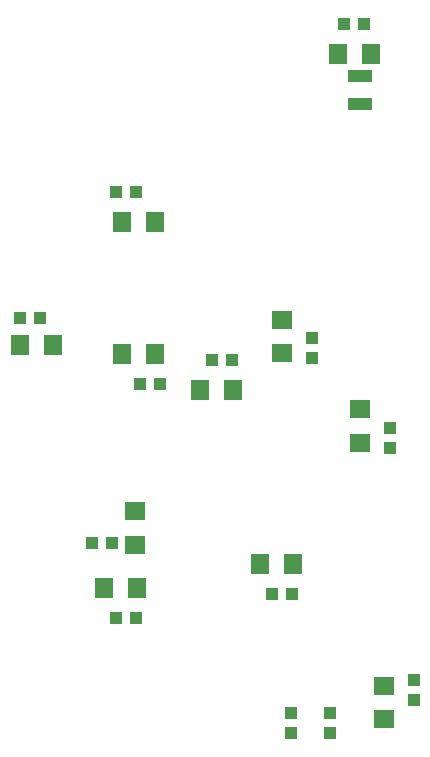
<source format=gbp>
G04 EAGLE Gerber RS-274X export*
G75*
%MOMM*%
%FSLAX34Y34*%
%LPD*%
%INSolderpaste Bottom*%
%IPPOS*%
%AMOC8*
5,1,8,0,0,1.08239X$1,22.5*%
G01*
%ADD10R,1.100000X1.000000*%
%ADD11R,1.000000X1.100000*%
%ADD12R,1.800000X1.600000*%
%ADD13R,1.600000X1.800000*%
%ADD14R,2.000000X1.055600*%


D10*
X363300Y100800D03*
X363300Y117800D03*
X396320Y100800D03*
X396320Y117800D03*
D11*
X194780Y261540D03*
X211780Y261540D03*
D12*
X231220Y288400D03*
X231220Y260400D03*
D13*
X133240Y429180D03*
X161240Y429180D03*
D12*
X421560Y346760D03*
X421560Y374760D03*
D11*
X446960Y342100D03*
X446960Y359100D03*
X381080Y418140D03*
X381080Y435140D03*
D12*
X355680Y422800D03*
X355680Y450800D03*
D10*
X133740Y452120D03*
X150740Y452120D03*
D12*
X441960Y141000D03*
X441960Y113000D03*
D11*
X467360Y145660D03*
X467360Y128660D03*
D10*
X364100Y218440D03*
X347100Y218440D03*
D13*
X364520Y243840D03*
X336520Y243840D03*
X232440Y223520D03*
X204440Y223520D03*
D11*
X215020Y198120D03*
X232020Y198120D03*
D14*
X421640Y633382D03*
X421640Y656938D03*
D13*
X402560Y675640D03*
X430560Y675640D03*
D10*
X408060Y701040D03*
X425060Y701040D03*
D13*
X219680Y533400D03*
X247680Y533400D03*
D10*
X215020Y558800D03*
X232020Y558800D03*
D13*
X313720Y391160D03*
X285720Y391160D03*
D10*
X313300Y416560D03*
X296300Y416560D03*
D13*
X247680Y421640D03*
X219680Y421640D03*
D10*
X252340Y396240D03*
X235340Y396240D03*
M02*

</source>
